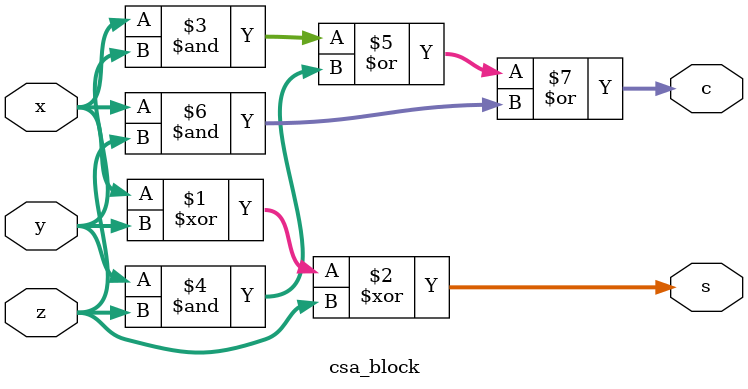
<source format=v>
`timescale 1ns / 1ps

module csa_block #(parameter N = 16)(
    input   [N-1:0] x,
    input   [N-1:0] y,
    input   [N-1:0] z,
    output  [N-1:0] s,
    output  [N-1:0] c
    );
    assign s = x^y^z;
    assign c = (x & y) | (y & z) | (x & z);
endmodule

</source>
